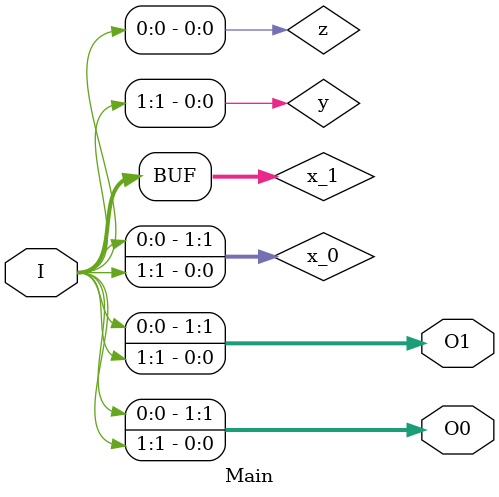
<source format=v>
module Main (
    input [1:0] I,
    output [1:0] O0,
    output [1:0] O1
);
wire [1:0] x_0;
wire [1:0] x_1;
wire y;
wire z;
assign x_0 = {z,y};
assign x_1 = {y,z};
assign y = I[1];
assign z = I[0];
assign O0 = {x_1[0],x_0[0]};
assign O1 = {x_0[1],x_1[1]};
endmodule


</source>
